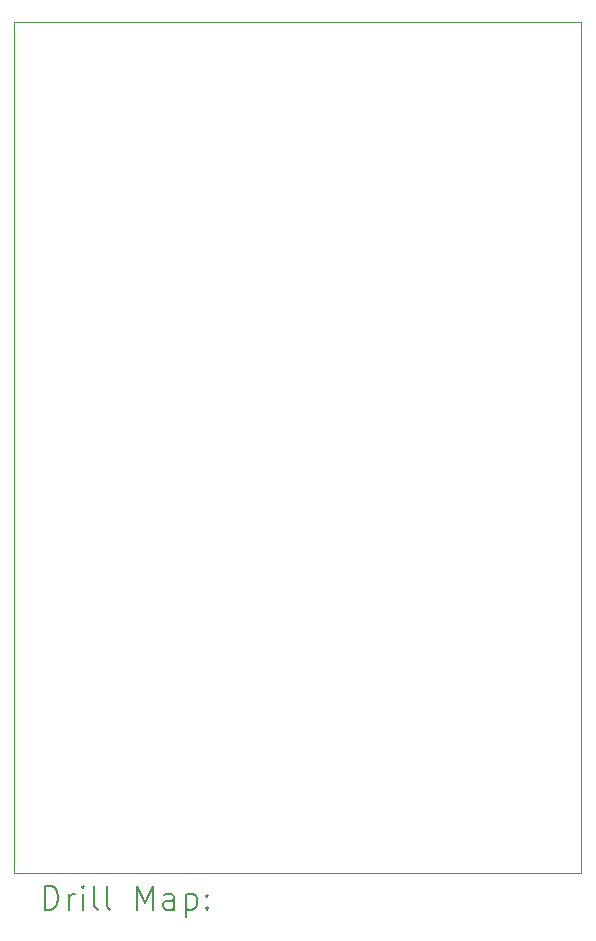
<source format=gbr>
%TF.GenerationSoftware,KiCad,Pcbnew,8.0.5*%
%TF.CreationDate,2024-11-14T23:49:19-08:00*%
%TF.ProjectId,PCB,5043422e-6b69-4636-9164-5f7063625858,rev?*%
%TF.SameCoordinates,Original*%
%TF.FileFunction,Drillmap*%
%TF.FilePolarity,Positive*%
%FSLAX45Y45*%
G04 Gerber Fmt 4.5, Leading zero omitted, Abs format (unit mm)*
G04 Created by KiCad (PCBNEW 8.0.5) date 2024-11-14 23:49:19*
%MOMM*%
%LPD*%
G01*
G04 APERTURE LIST*
%ADD10C,0.038100*%
%ADD11C,0.200000*%
G04 APERTURE END LIST*
D10*
X6500000Y-6000000D02*
X11300000Y-6000000D01*
X11300000Y-13200000D01*
X6500000Y-13200000D01*
X6500000Y-6000000D01*
D11*
X6758872Y-13513389D02*
X6758872Y-13313389D01*
X6758872Y-13313389D02*
X6806491Y-13313389D01*
X6806491Y-13313389D02*
X6835062Y-13322913D01*
X6835062Y-13322913D02*
X6854110Y-13341960D01*
X6854110Y-13341960D02*
X6863634Y-13361008D01*
X6863634Y-13361008D02*
X6873157Y-13399103D01*
X6873157Y-13399103D02*
X6873157Y-13427674D01*
X6873157Y-13427674D02*
X6863634Y-13465770D01*
X6863634Y-13465770D02*
X6854110Y-13484817D01*
X6854110Y-13484817D02*
X6835062Y-13503865D01*
X6835062Y-13503865D02*
X6806491Y-13513389D01*
X6806491Y-13513389D02*
X6758872Y-13513389D01*
X6958872Y-13513389D02*
X6958872Y-13380055D01*
X6958872Y-13418151D02*
X6968396Y-13399103D01*
X6968396Y-13399103D02*
X6977919Y-13389579D01*
X6977919Y-13389579D02*
X6996967Y-13380055D01*
X6996967Y-13380055D02*
X7016015Y-13380055D01*
X7082681Y-13513389D02*
X7082681Y-13380055D01*
X7082681Y-13313389D02*
X7073157Y-13322913D01*
X7073157Y-13322913D02*
X7082681Y-13332436D01*
X7082681Y-13332436D02*
X7092205Y-13322913D01*
X7092205Y-13322913D02*
X7082681Y-13313389D01*
X7082681Y-13313389D02*
X7082681Y-13332436D01*
X7206491Y-13513389D02*
X7187443Y-13503865D01*
X7187443Y-13503865D02*
X7177919Y-13484817D01*
X7177919Y-13484817D02*
X7177919Y-13313389D01*
X7311253Y-13513389D02*
X7292205Y-13503865D01*
X7292205Y-13503865D02*
X7282681Y-13484817D01*
X7282681Y-13484817D02*
X7282681Y-13313389D01*
X7539824Y-13513389D02*
X7539824Y-13313389D01*
X7539824Y-13313389D02*
X7606491Y-13456246D01*
X7606491Y-13456246D02*
X7673157Y-13313389D01*
X7673157Y-13313389D02*
X7673157Y-13513389D01*
X7854110Y-13513389D02*
X7854110Y-13408627D01*
X7854110Y-13408627D02*
X7844586Y-13389579D01*
X7844586Y-13389579D02*
X7825538Y-13380055D01*
X7825538Y-13380055D02*
X7787443Y-13380055D01*
X7787443Y-13380055D02*
X7768396Y-13389579D01*
X7854110Y-13503865D02*
X7835062Y-13513389D01*
X7835062Y-13513389D02*
X7787443Y-13513389D01*
X7787443Y-13513389D02*
X7768396Y-13503865D01*
X7768396Y-13503865D02*
X7758872Y-13484817D01*
X7758872Y-13484817D02*
X7758872Y-13465770D01*
X7758872Y-13465770D02*
X7768396Y-13446722D01*
X7768396Y-13446722D02*
X7787443Y-13437198D01*
X7787443Y-13437198D02*
X7835062Y-13437198D01*
X7835062Y-13437198D02*
X7854110Y-13427674D01*
X7949348Y-13380055D02*
X7949348Y-13580055D01*
X7949348Y-13389579D02*
X7968396Y-13380055D01*
X7968396Y-13380055D02*
X8006491Y-13380055D01*
X8006491Y-13380055D02*
X8025538Y-13389579D01*
X8025538Y-13389579D02*
X8035062Y-13399103D01*
X8035062Y-13399103D02*
X8044586Y-13418151D01*
X8044586Y-13418151D02*
X8044586Y-13475293D01*
X8044586Y-13475293D02*
X8035062Y-13494341D01*
X8035062Y-13494341D02*
X8025538Y-13503865D01*
X8025538Y-13503865D02*
X8006491Y-13513389D01*
X8006491Y-13513389D02*
X7968396Y-13513389D01*
X7968396Y-13513389D02*
X7949348Y-13503865D01*
X8130300Y-13494341D02*
X8139824Y-13503865D01*
X8139824Y-13503865D02*
X8130300Y-13513389D01*
X8130300Y-13513389D02*
X8120777Y-13503865D01*
X8120777Y-13503865D02*
X8130300Y-13494341D01*
X8130300Y-13494341D02*
X8130300Y-13513389D01*
X8130300Y-13389579D02*
X8139824Y-13399103D01*
X8139824Y-13399103D02*
X8130300Y-13408627D01*
X8130300Y-13408627D02*
X8120777Y-13399103D01*
X8120777Y-13399103D02*
X8130300Y-13389579D01*
X8130300Y-13389579D02*
X8130300Y-13408627D01*
M02*

</source>
